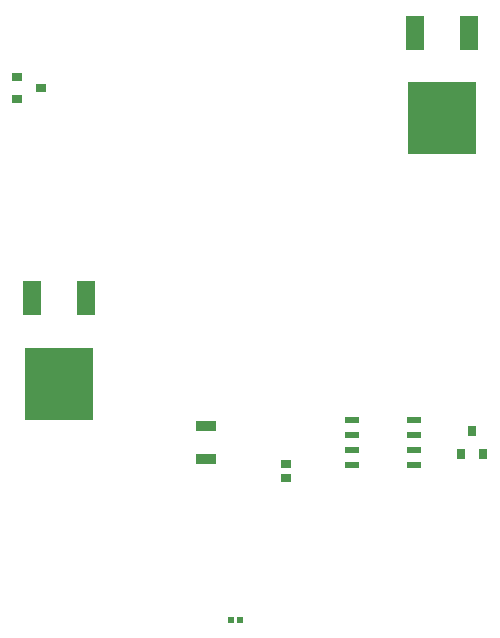
<source format=gtp>
G04 Layer_Color=8421504*
%FSLAX25Y25*%
%MOIN*%
G70*
G01*
G75*
%ADD10R,0.03543X0.03150*%
%ADD11R,0.03150X0.03543*%
%ADD12R,0.06299X0.11811*%
%ADD13R,0.22835X0.24410*%
G04:AMPARAMS|DCode=14|XSize=21.65mil|YSize=49.21mil|CornerRadius=1.95mil|HoleSize=0mil|Usage=FLASHONLY|Rotation=270.000|XOffset=0mil|YOffset=0mil|HoleType=Round|Shape=RoundedRectangle|*
%AMROUNDEDRECTD14*
21,1,0.02165,0.04532,0,0,270.0*
21,1,0.01776,0.04921,0,0,270.0*
1,1,0.00390,-0.02266,-0.00888*
1,1,0.00390,-0.02266,0.00888*
1,1,0.00390,0.02266,0.00888*
1,1,0.00390,0.02266,-0.00888*
%
%ADD14ROUNDEDRECTD14*%
%ADD15R,0.02205X0.02047*%
%ADD16R,0.03543X0.03150*%
%ADD17R,0.06693X0.03740*%
D10*
X133858Y299016D02*
D03*
Y291535D02*
D03*
X141732Y295276D02*
D03*
D11*
X281693Y173228D02*
D03*
X289173D02*
D03*
X285433Y181102D02*
D03*
D12*
X156654Y225197D02*
D03*
X138622D02*
D03*
X284606Y313779D02*
D03*
X266575D02*
D03*
D13*
X147638Y196850D02*
D03*
X275591Y285433D02*
D03*
D14*
X266240Y169665D02*
D03*
Y174665D02*
D03*
Y179665D02*
D03*
Y184665D02*
D03*
X245571Y169665D02*
D03*
Y174665D02*
D03*
Y179665D02*
D03*
Y184665D02*
D03*
D15*
X205197Y118110D02*
D03*
X208189D02*
D03*
D16*
X223610Y165224D02*
D03*
Y170146D02*
D03*
D17*
X196850Y182677D02*
D03*
Y171654D02*
D03*
M02*

</source>
